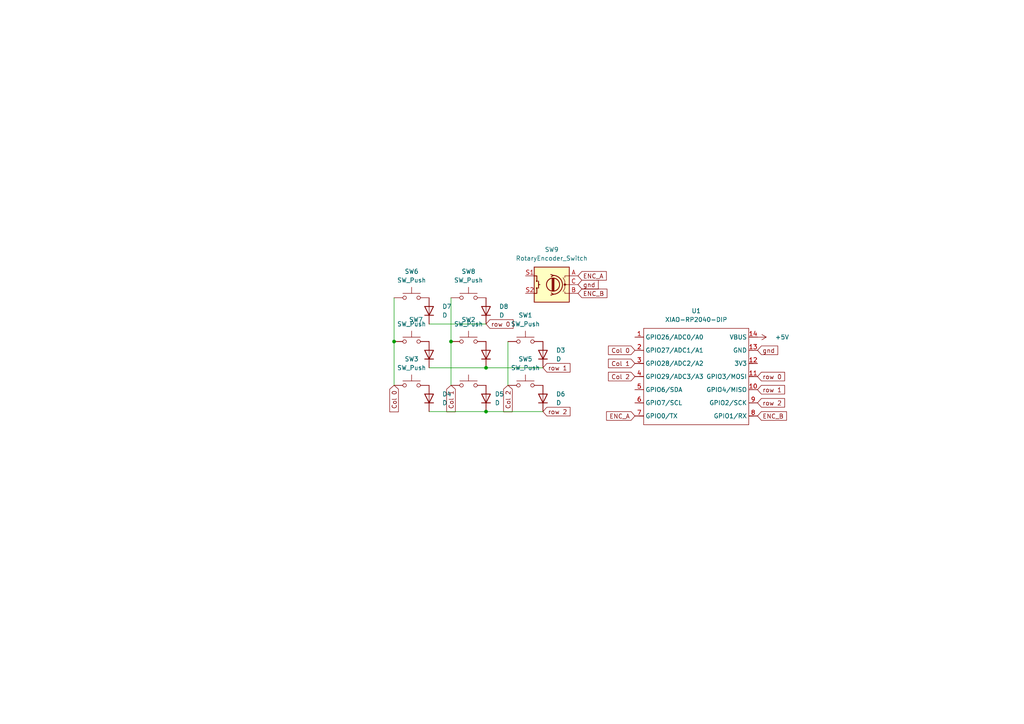
<source format=kicad_sch>
(kicad_sch (version 20250114) (generator "eeschema") (generator_version "9.0")
  (paper "A4")
  (title_block (date "6/16/2025"))
  (lib_symbols
    (symbol "Device:D" (pin_numbers (hide yes)) (pin_names (offset 1.016) (hide yes))
      (property "Reference" "D" (at 0 2.54 0))
      (property "Value" "D" (at 0 -2.54 0))
      (symbol "D_0_1"
        (polyline (pts (xy -1.27 1.27) (xy -1.27 -1.27)) (stroke (width 0.254)))
        (polyline (pts (xy 1.27 1.27) (xy 1.27 -1.27) (xy -1.27 0) (xy 1.27 1.27)) (stroke (width 0.254)))
        (polyline (pts (xy 1.27 0) (xy -1.27 0)))
      )
      (symbol "D_1_1"
        (pin passive line (at -3.81 0 0) (length 2.54) (name "K") (number "1"))
        (pin passive line (at 3.81 0 180) (length 2.54) (name "A") (number "2"))
      )
    )
    (symbol "Device:RotaryEncoder_Switch" (pin_names (offset 0.254) (hide yes))
      (property "Reference" "SW" (at 0 6.604 0))
      (property "Value" "RotaryEncoder_Switch" (at 0 -6.604 0))
      (symbol "RotaryEncoder_Switch_0_1"
        (rectangle (start -5.08 5.08) (end 5.08 -5.08) (stroke (width 0.254)) (fill (type background)))
        (polyline (pts (xy -5.08 2.54) (xy -3.81 2.54) (xy -3.81 2.032)))
        (polyline (pts (xy -5.08 0) (xy -3.81 0) (xy -3.81 -1.016) (xy -3.302 -2.032)))
        (polyline (pts (xy -5.08 -2.54) (xy -3.81 -2.54) (xy -3.81 -2.032)))
        (polyline (pts (xy -4.318 0) (xy -3.81 0) (xy -3.81 1.016) (xy -3.302 2.032)))
        (circle (center -3.81 0) (radius 0.254) (fill (type outline)))
        (polyline (pts (xy -0.635 -1.778) (xy -0.635 1.778)) (stroke (width 0.254)))
        (circle (center -0.381 0) (radius 1.905) (stroke (width 0.254)))
        (polyline (pts (xy -0.381 -1.778) (xy -0.381 1.778)) (stroke (width 0.254)))
        (arc (start -0.381 -2.794) (mid -3.0988 -0.0635) (end -0.381 2.667) (stroke (width 0.254)))
        (polyline (pts (xy -0.127 1.778) (xy -0.127 -1.778)) (stroke (width 0.254)))
        (polyline (pts (xy 0.254 2.921) (xy -0.508 2.667) (xy 0.127 2.286)) (stroke (width 0.254)))
        (polyline (pts (xy 0.254 -3.048) (xy -0.508 -2.794) (xy 0.127 -2.413)) (stroke (width 0.254)))
        (polyline (pts (xy 3.81 1.016) (xy 3.81 -1.016)) (stroke (width 0.254)))
        (polyline (pts (xy 3.81 0) (xy 3.429 0)) (stroke (width 0.254)))
        (circle (center 4.318 1.016) (radius 0.127) (stroke (width 0.254)))
        (circle (center 4.318 -1.016) (radius 0.127) (stroke (width 0.254)))
        (polyline (pts (xy 5.08 2.54) (xy 4.318 2.54) (xy 4.318 1.016)) (stroke (width 0.254)))
        (polyline (pts (xy 5.08 -2.54) (xy 4.318 -2.54) (xy 4.318 -1.016)) (stroke (width 0.254)))
      )
      (symbol "RotaryEncoder_Switch_1_1"
        (pin passive line (at -7.62 2.54 0) (length 2.54) (name "A") (number "A"))
        (pin passive line (at -7.62 0 0) (length 2.54) (name "C") (number "C"))
        (pin passive line (at -7.62 -2.54 0) (length 2.54) (name "B") (number "B"))
        (pin passive line (at 7.62 2.54 180) (length 2.54) (name "S1") (number "S1"))
        (pin passive line (at 7.62 -2.54 180) (length 2.54) (name "S2") (number "S2"))
      )
    )
    (symbol "OPL:XIAO-RP2040-DIP"
      (property "Reference" "U" (at 0 0 0))
      (property "Value" "XIAO-RP2040-DIP" (at 5.334 -1.778 0))
      (symbol "XIAO-RP2040-DIP_1_0"
        (polyline (pts (xy -1.27 -2.54) (xy 29.21 -2.54)) (stroke (width 0.1524)))
        (polyline (pts (xy -1.27 -5.08) (xy -2.54 -5.08)) (stroke (width 0.1524)))
        (polyline (pts (xy -1.27 -5.08) (xy -1.27 -2.54)) (stroke (width 0.1524)))
        (polyline (pts (xy -1.27 -8.89) (xy -2.54 -8.89)) (stroke (width 0.1524)))
        (polyline (pts (xy -1.27 -8.89) (xy -1.27 -5.08)) (stroke (width 0.1524)))
        (polyline (pts (xy -1.27 -12.7) (xy -2.54 -12.7)) (stroke (width 0.1524)))
        (polyline (pts (xy -1.27 -12.7) (xy -1.27 -8.89)) (stroke (width 0.1524)))
        (polyline (pts (xy -1.27 -16.51) (xy -2.54 -16.51)) (stroke (width 0.1524)))
        (polyline (pts (xy -1.27 -16.51) (xy -1.27 -12.7)) (stroke (width 0.1524)))
        (polyline (pts (xy -1.27 -20.32) (xy -2.54 -20.32)) (stroke (width 0.1524)))
        (polyline (pts (xy -1.27 -24.13) (xy -2.54 -24.13)) (stroke (width 0.1524)))
        (polyline (pts (xy -1.27 -27.94) (xy -2.54 -27.94)) (stroke (width 0.1524)))
        (polyline (pts (xy -1.27 -30.48) (xy -1.27 -16.51)) (stroke (width 0.1524)))
        (polyline (pts (xy 29.21 -2.54) (xy 29.21 -5.08)) (stroke (width 0.1524)))
        (polyline (pts (xy 29.21 -5.08) (xy 29.21 -8.89)) (stroke (width 0.1524)))
        (polyline (pts (xy 29.21 -8.89) (xy 29.21 -12.7)) (stroke (width 0.1524)))
        (polyline (pts (xy 29.21 -12.7) (xy 29.21 -30.48)) (stroke (width 0.1524)))
        (polyline (pts (xy 29.21 -30.48) (xy -1.27 -30.48)) (stroke (width 0.1524)))
        (polyline (pts (xy 30.48 -5.08) (xy 29.21 -5.08)) (stroke (width 0.1524)))
        (polyline (pts (xy 30.48 -8.89) (xy 29.21 -8.89)) (stroke (width 0.1524)))
        (polyline (pts (xy 30.48 -12.7) (xy 29.21 -12.7)) (stroke (width 0.1524)))
        (polyline (pts (xy 30.48 -16.51) (xy 29.21 -16.51)) (stroke (width 0.1524)))
        (polyline (pts (xy 30.48 -20.32) (xy 29.21 -20.32)) (stroke (width 0.1524)))
        (polyline (pts (xy 30.48 -24.13) (xy 29.21 -24.13)) (stroke (width 0.1524)))
        (polyline (pts (xy 30.48 -27.94) (xy 29.21 -27.94)) (stroke (width 0.1524)))
        (pin passive line (at -3.81 -5.08 0) (length 2.54) (name "GPIO26/ADC0/A0") (number "1"))
        (pin passive line (at -3.81 -8.89 0) (length 2.54) (name "GPIO27/ADC1/A1") (number "2"))
        (pin passive line (at -3.81 -12.7 0) (length 2.54) (name "GPIO28/ADC2/A2") (number "3"))
        (pin passive line (at -3.81 -16.51 0) (length 2.54) (name "GPIO29/ADC3/A3") (number "4"))
        (pin passive line (at -3.81 -20.32 0) (length 2.54) (name "GPIO6/SDA") (number "5"))
        (pin passive line (at -3.81 -24.13 0) (length 2.54) (name "GPIO7/SCL") (number "6"))
        (pin passive line (at -3.81 -27.94 0) (length 2.54) (name "GPIO0/TX") (number "7"))
        (pin passive line (at 31.75 -5.08 180) (length 2.54) (name "VBUS") (number "14"))
        (pin passive line (at 31.75 -8.89 180) (length 2.54) (name "GND") (number "13"))
        (pin passive line (at 31.75 -12.7 180) (length 2.54) (name "3V3") (number "12"))
        (pin passive line (at 31.75 -16.51 180) (length 2.54) (name "GPIO3/MOSI") (number "11"))
        (pin passive line (at 31.75 -20.32 180) (length 2.54) (name "GPIO4/MISO") (number "10"))
        (pin passive line (at 31.75 -24.13 180) (length 2.54) (name "GPIO2/SCK") (number "9"))
        (pin passive line (at 31.75 -27.94 180) (length 2.54) (name "GPIO1/RX") (number "8"))
      )
    )
    (symbol "Switch:SW_Push" (pin_numbers (hide yes)) (pin_names (offset 1.016) (hide yes))
      (property "Reference" "SW" (at 1.27 2.54 0))
      (property "Value" "SW_Push" (at 0 -1.524 0))
      (symbol "SW_Push_0_1"
        (circle (center -2.032 0) (radius 0.508))
        (polyline (pts (xy 0 1.27) (xy 0 3.048)))
        (circle (center 2.032 0) (radius 0.508))
        (polyline (pts (xy 2.54 1.27) (xy -2.54 1.27)))
        (pin passive line (at -5.08 0 0) (length 2.54) (name "1") (number "1"))
        (pin passive line (at 5.08 0 180) (length 2.54) (name "2") (number "2"))
      )
    )
    (symbol "power:+5V" (power) (pin_numbers (hide yes)) (pin_names (offset 0) (hide yes))
      (property "Value" "+5V" (at 0 3.556 0))
      (symbol "+5V_0_1"
        (polyline (pts (xy -0.762 1.27) (xy 0 2.54)))
        (polyline (pts (xy 0 2.54) (xy 0.762 1.27)))
        (polyline (pts (xy 0 0) (xy 0 2.54)))
      )
      (symbol "+5V_1_1"
        (pin power_in line (at 0 0 90) (length 0) (name "~") (number "1"))
      )
    )
  )
  (junction (at 140.97 119.38))
  (junction (at 140.97 106.68))
  (junction (at 114.3 99.06))
  (junction (at 130.81 99.06))
  (wire (pts (xy 140.97 106.68) (xy 157.48 106.68)))
  (wire (pts (xy 114.3 86.36) (xy 114.3 99.06)))
  (wire (pts (xy 114.3 99.06) (xy 114.3 111.76)))
  (wire (pts (xy 130.81 99.06) (xy 130.81 111.76)))
  (wire (pts (xy 130.81 86.36) (xy 130.81 99.06)))
  (wire (pts (xy 124.46 106.68) (xy 140.97 106.68)))
  (wire (pts (xy 140.97 119.38) (xy 157.48 119.38)))
  (wire (pts (xy 147.32 99.06) (xy 147.32 111.76)))
  (wire (pts (xy 124.46 119.38) (xy 140.97 119.38)))
  (wire (pts (xy 124.46 93.98) (xy 140.97 93.98)))
  (global_label "Col 1" (shape input) (at 184.15 105.41 180) (property "Intersheetrefs" "${INTERSHEET_REFS}" (effects (hide yes))))
  (global_label "gnd" (shape input) (at 219.71 101.6 0) (property "Intersheetrefs" "${INTERSHEET_REFS}" (effects (hide yes))))
  (global_label "gnd" (shape input) (at 167.64 82.55 0) (property "Intersheetrefs" "${INTERSHEET_REFS}" (effects (hide yes))))
  (global_label "row 1" (shape input) (at 219.71 113.03 0) (property "Intersheetrefs" "${INTERSHEET_REFS}" (effects (hide yes))))
  (global_label "ENC_B" (shape input) (at 219.71 120.65 0) (property "Intersheetrefs" "${INTERSHEET_REFS}" (effects (hide yes))))
  (global_label "Col 0" (shape input) (at 184.15 101.6 180) (property "Intersheetrefs" "${INTERSHEET_REFS}" (effects (hide yes))))
  (global_label "ENC_A" (shape input) (at 184.15 120.65 180) (property "Intersheetrefs" "${INTERSHEET_REFS}" (effects (hide yes))))
  (global_label "row 2" (shape input) (at 219.71 116.84 0) (property "Intersheetrefs" "${INTERSHEET_REFS}" (effects (hide yes))))
  (global_label "row 2" (shape input) (at 157.48 119.38 0) (property "Intersheetrefs" "${INTERSHEET_REFS}" (effects (hide yes))))
  (global_label "ENC_B" (shape input) (at 167.64 85.09 0) (property "Intersheetrefs" "${INTERSHEET_REFS}" (effects (hide yes))))
  (global_label "Col 1" (shape input) (at 130.81 111.76 270) (property "Intersheetrefs" "${INTERSHEET_REFS}" (effects (hide yes))))
  (global_label "Col 2" (shape input) (at 184.15 109.22 180) (property "Intersheetrefs" "${INTERSHEET_REFS}" (effects (hide yes))))
  (global_label "Col 0" (shape input) (at 114.3 111.76 270) (property "Intersheetrefs" "${INTERSHEET_REFS}" (effects (hide yes))))
  (global_label "row 1" (shape input) (at 157.48 106.68 0) (property "Intersheetrefs" "${INTERSHEET_REFS}" (effects (hide yes))))
  (global_label "row 0" (shape input) (at 219.71 109.22 0) (property "Intersheetrefs" "${INTERSHEET_REFS}" (effects (hide yes))))
  (global_label "Col 2" (shape input) (at 147.32 111.76 270) (property "Intersheetrefs" "${INTERSHEET_REFS}" (effects (hide yes))))
  (global_label "ENC_A" (shape input) (at 167.64 80.01 0) (property "Intersheetrefs" "${INTERSHEET_REFS}" (effects (hide yes))))
  (global_label "row 0" (shape input) (at 140.97 93.98 0) (property "Intersheetrefs" "${INTERSHEET_REFS}" (effects (hide yes))))
  (symbol (lib_id "OPL:XIAO-RP2040-DIP") (at 187.96 92.71 0) (unit 1)
    (property "Reference" "U1" (at 201.93 90.17 0))
    (property "Value" "XIAO-RP2040-DIP" (at 201.93 92.71 0))
    (property "Footprint" "OPL:XIAO-RP2040-DIP" (effects (hide yes)))
  )
  (symbol (lib_id "Device:D") (at 124.46 90.17 90) (unit 1)
    (property "Reference" "D7" (at 128.27 88.8999 90) (effects (justify right)))
    (property "Value" "D" (at 128.27 91.4399 90) (effects (justify right)))
    (property "Footprint" "Diode_THT:D_DO-35_SOD27_P7.62mm_Horizontal" (effects (hide yes)))
    (property "Description" "Diode" (effects (hide yes)))
    (property "Sim.Device" "D" (effects (hide yes)))
    (property "Sim.Pins" "1=K 2=A" (effects (hide yes)))
  )
  (symbol (lib_id "Switch:SW_Push") (at 135.89 99.06 0) (unit 1)
    (property "Reference" "SW2" (at 135.89 92.71 0))
    (property "Value" "SW_Push" (at 135.89 93.98 0))
    (property "Footprint" "Button_Switch_Keyboard:SW_Cherry_MX_1.00u_PCB" (effects (hide yes)))
    (property "Description" "Push button switch, generic, two pins" (effects (hide yes)))
  )
  (symbol (lib_id "Switch:SW_Push") (at 152.4 99.06 0) (unit 1)
    (property "Reference" "SW1" (at 152.4 91.44 0))
    (property "Value" "SW_Push" (at 152.4 93.98 0))
    (property "Footprint" "Button_Switch_Keyboard:SW_Cherry_MX_1.00u_PCB" (effects (hide yes)))
    (property "Description" "Push button switch, generic, two pins" (effects (hide yes)))
  )
  (symbol (lib_id "Switch:SW_Push") (at 119.38 111.76 0) (unit 1)
    (property "Reference" "SW3" (at 119.38 104.14 0))
    (property "Value" "SW_Push" (at 119.38 106.68 0))
    (property "Footprint" "Button_Switch_Keyboard:SW_Cherry_MX_1.00u_PCB" (effects (hide yes)))
    (property "Description" "Push button switch, generic, two pins" (effects (hide yes)))
  )
  (symbol (lib_id "Switch:SW_Push") (at 119.38 99.06 0) (unit 1)
    (property "Reference" "SW7" (at 120.65 92.71 0))
    (property "Value" "SW_Push" (at 119.38 93.98 0))
    (property "Footprint" "Button_Switch_Keyboard:SW_Cherry_MX_1.00u_PCB" (effects (hide yes)))
    (property "Description" "Push button switch, generic, two pins" (effects (hide yes)))
  )
  (symbol (lib_id "Device:D") (at 140.97 102.87 90) (unit 1)
    (property "Reference" "D2" (effects (hide yes)))
    (property "Value" "D" (effects (hide yes)))
    (property "Footprint" "Diode_THT:D_DO-35_SOD27_P7.62mm_Horizontal" (effects (hide yes)))
    (property "Description" "Diode" (effects (hide yes)))
    (property "Sim.Device" "D" (effects (hide yes)))
    (property "Sim.Pins" "1=K 2=A" (effects (hide yes)))
  )
  (symbol (lib_id "Device:D") (at 157.48 115.57 90) (unit 1)
    (property "Reference" "D6" (at 161.29 114.2999 90) (effects (justify right)))
    (property "Value" "D" (at 161.29 116.8399 90) (effects (justify right)))
    (property "Footprint" "Diode_THT:D_DO-35_SOD27_P7.62mm_Horizontal" (effects (hide yes)))
    (property "Description" "Diode" (effects (hide yes)))
    (property "Sim.Device" "D" (effects (hide yes)))
    (property "Sim.Pins" "1=K 2=A" (effects (hide yes)))
  )
  (symbol (lib_id "Device:D") (at 124.46 102.87 90) (unit 1)
    (property "Reference" "D1" (effects (hide yes)))
    (property "Value" "D" (effects (hide yes)))
    (property "Footprint" "Diode_THT:D_DO-35_SOD27_P7.62mm_Horizontal" (effects (hide yes)))
    (property "Description" "Diode" (effects (hide yes)))
    (property "Sim.Device" "D" (effects (hide yes)))
    (property "Sim.Pins" "1=K 2=A" (effects (hide yes)))
  )
  (symbol (lib_id "Device:D") (at 140.97 90.17 90) (unit 1)
    (property "Reference" "D8" (at 144.78 88.8999 90) (effects (justify right)))
    (property "Value" "D" (at 144.78 91.4399 90) (effects (justify right)))
    (property "Footprint" "Diode_THT:D_DO-35_SOD27_P7.62mm_Horizontal" (effects (hide yes)))
    (property "Description" "Diode" (effects (hide yes)))
    (property "Sim.Device" "D" (effects (hide yes)))
    (property "Sim.Pins" "1=K 2=A" (effects (hide yes)))
  )
  (symbol (lib_id "Device:D") (at 140.97 115.57 90) (unit 1)
    (property "Reference" "D5" (at 143.51 114.2999 90) (effects (justify right)))
    (property "Value" "D" (at 143.51 116.8399 90) (effects (justify right)))
    (property "Footprint" "Diode_THT:D_DO-35_SOD27_P7.62mm_Horizontal" (effects (hide yes)))
    (property "Description" "Diode" (effects (hide yes)))
    (property "Sim.Device" "D" (effects (hide yes)))
    (property "Sim.Pins" "1=K 2=A" (effects (hide yes)))
  )
  (symbol (lib_id "Switch:SW_Push") (at 135.89 111.76 0) (unit 1)
    (property "Reference" "SW4" (effects (hide yes)))
    (property "Value" "SW_Push" (effects (hide yes)))
    (property "Footprint" "Button_Switch_Keyboard:SW_Cherry_MX_1.00u_PCB" (effects (hide yes)))
    (property "Description" "Push button switch, generic, two pins" (effects (hide yes)))
  )
  (symbol (lib_id "power:+5V") (at 219.71 97.79 270) (unit 1)
    (property "Reference" "#PWR01" (effects (hide yes)))
    (property "Value" "+5V" (at 224.79 97.7899 90) (effects (justify left)))
    (property "Description" "Power symbol creates a global label with name \"+5V\"" (effects (hide yes)))
  )
  (symbol (lib_id "Switch:SW_Push") (at 152.4 111.76 0) (unit 1)
    (property "Reference" "SW5" (at 152.4 104.14 0))
    (property "Value" "SW_Push" (at 152.4 106.68 0))
    (property "Footprint" "Button_Switch_Keyboard:SW_Cherry_MX_1.00u_PCB" (effects (hide yes)))
    (property "Description" "Push button switch, generic, two pins" (effects (hide yes)))
  )
  (symbol (lib_id "Switch:SW_Push") (at 119.38 86.36 0) (unit 1)
    (property "Reference" "SW6" (at 119.38 78.74 0))
    (property "Value" "SW_Push" (at 119.38 81.28 0))
    (property "Footprint" "Button_Switch_Keyboard:SW_Cherry_MX_1.00u_PCB" (effects (hide yes)))
    (property "Description" "Push button switch, generic, two pins" (effects (hide yes)))
  )
  (symbol (lib_id "Switch:SW_Push") (at 135.89 86.36 0) (unit 1)
    (property "Reference" "SW8" (at 135.89 78.74 0))
    (property "Value" "SW_Push" (at 135.89 81.28 0))
    (property "Footprint" "Button_Switch_Keyboard:SW_Cherry_MX_1.00u_PCB" (effects (hide yes)))
    (property "Description" "Push button switch, generic, two pins" (effects (hide yes)))
  )
  (symbol (lib_id "Device:D") (at 157.48 102.87 90) (unit 1)
    (property "Reference" "D3" (at 161.29 101.5999 90) (effects (justify right)))
    (property "Value" "D" (at 161.29 104.1399 90) (effects (justify right)))
    (property "Footprint" "Diode_THT:D_DO-35_SOD27_P7.62mm_Horizontal" (effects (hide yes)))
    (property "Description" "Diode" (effects (hide yes)))
    (property "Sim.Device" "D" (effects (hide yes)))
    (property "Sim.Pins" "1=K 2=A" (effects (hide yes)))
  )
  (symbol (lib_id "Device:RotaryEncoder_Switch") (at 160.02 82.55 0) (mirror y) (unit 1)
    (property "Reference" "SW9" (at 160.02 72.39 0))
    (property "Value" "RotaryEncoder_Switch" (at 160.02 74.93 0))
    (property "Footprint" "Rotary_Encoder:RotaryEncoder_Alps_EC11E_Vertical_H20mm" (effects (hide yes)))
    (property "Description" "Rotary encoder, dual channel, incremental quadrate outputs, with switch" (effects (hide yes)))
  )
  (symbol (lib_id "Device:D") (at 124.46 115.57 90) (unit 1)
    (property "Reference" "D4" (at 128.27 114.2999 90) (effects (justify right)))
    (property "Value" "D" (at 128.27 116.8399 90) (effects (justify right)))
    (property "Footprint" "Diode_THT:D_DO-35_SOD27_P7.62mm_Horizontal" (effects (hide yes)))
    (property "Description" "Diode" (effects (hide yes)))
    (property "Sim.Device" "D" (effects (hide yes)))
    (property "Sim.Pins" "1=K 2=A" (effects (hide yes)))
  )
)
</source>
